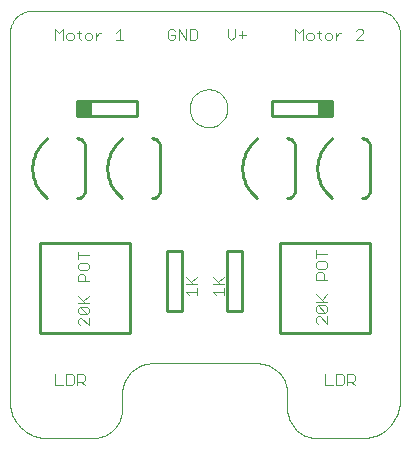
<source format=gto>
G75*
G70*
%OFA0B0*%
%FSLAX24Y24*%
%IPPOS*%
%LPD*%
%AMOC8*
5,1,8,0,0,1.08239X$1,22.5*
%
%ADD10C,0.0000*%
%ADD11C,0.0030*%
%ADD12C,0.0100*%
%ADD13R,0.0250X0.0500*%
%ADD14R,0.0500X0.0500*%
D10*
X005161Y006163D02*
X006661Y006163D01*
X006721Y006165D01*
X006782Y006170D01*
X006841Y006179D01*
X006900Y006192D01*
X006959Y006208D01*
X007016Y006228D01*
X007071Y006251D01*
X007126Y006278D01*
X007178Y006307D01*
X007229Y006340D01*
X007278Y006376D01*
X007324Y006414D01*
X007368Y006456D01*
X007410Y006500D01*
X007448Y006546D01*
X007484Y006595D01*
X007517Y006646D01*
X007546Y006698D01*
X007573Y006753D01*
X007596Y006808D01*
X007616Y006865D01*
X007632Y006924D01*
X007645Y006983D01*
X007654Y007042D01*
X007659Y007103D01*
X007661Y007163D01*
X007661Y007663D01*
X007663Y007723D01*
X007668Y007784D01*
X007677Y007843D01*
X007690Y007902D01*
X007706Y007961D01*
X007726Y008018D01*
X007749Y008073D01*
X007776Y008128D01*
X007805Y008180D01*
X007838Y008231D01*
X007874Y008280D01*
X007912Y008326D01*
X007954Y008370D01*
X007998Y008412D01*
X008044Y008450D01*
X008093Y008486D01*
X008144Y008519D01*
X008196Y008548D01*
X008251Y008575D01*
X008306Y008598D01*
X008363Y008618D01*
X008422Y008634D01*
X008481Y008647D01*
X008540Y008656D01*
X008601Y008661D01*
X008661Y008663D01*
X012161Y008663D01*
X012221Y008661D01*
X012282Y008656D01*
X012341Y008647D01*
X012400Y008634D01*
X012459Y008618D01*
X012516Y008598D01*
X012571Y008575D01*
X012626Y008548D01*
X012678Y008519D01*
X012729Y008486D01*
X012778Y008450D01*
X012824Y008412D01*
X012868Y008370D01*
X012910Y008326D01*
X012948Y008280D01*
X012984Y008231D01*
X013017Y008180D01*
X013046Y008128D01*
X013073Y008073D01*
X013096Y008018D01*
X013116Y007961D01*
X013132Y007902D01*
X013145Y007843D01*
X013154Y007784D01*
X013159Y007723D01*
X013161Y007663D01*
X013161Y007163D01*
X013163Y007103D01*
X013168Y007042D01*
X013177Y006983D01*
X013190Y006924D01*
X013206Y006865D01*
X013226Y006808D01*
X013249Y006753D01*
X013276Y006698D01*
X013305Y006646D01*
X013338Y006595D01*
X013374Y006546D01*
X013412Y006500D01*
X013454Y006456D01*
X013498Y006414D01*
X013544Y006376D01*
X013593Y006340D01*
X013644Y006307D01*
X013696Y006278D01*
X013751Y006251D01*
X013806Y006228D01*
X013863Y006208D01*
X013922Y006192D01*
X013981Y006179D01*
X014040Y006170D01*
X014101Y006165D01*
X014161Y006163D01*
X015661Y006163D01*
X015729Y006165D01*
X015796Y006170D01*
X015863Y006179D01*
X015930Y006192D01*
X015995Y006209D01*
X016060Y006228D01*
X016124Y006252D01*
X016186Y006279D01*
X016247Y006309D01*
X016305Y006342D01*
X016362Y006378D01*
X016417Y006418D01*
X016470Y006460D01*
X016521Y006506D01*
X016568Y006553D01*
X016614Y006604D01*
X016656Y006657D01*
X016696Y006712D01*
X016732Y006769D01*
X016765Y006827D01*
X016795Y006888D01*
X016822Y006950D01*
X016846Y007014D01*
X016865Y007079D01*
X016882Y007144D01*
X016895Y007211D01*
X016904Y007278D01*
X016909Y007345D01*
X016911Y007413D01*
X016911Y019663D01*
X016909Y019717D01*
X016903Y019770D01*
X016894Y019822D01*
X016881Y019874D01*
X016864Y019925D01*
X016843Y019975D01*
X016819Y020022D01*
X016792Y020068D01*
X016761Y020112D01*
X016728Y020154D01*
X016691Y020193D01*
X016652Y020230D01*
X016610Y020263D01*
X016566Y020294D01*
X016520Y020321D01*
X016473Y020345D01*
X016423Y020366D01*
X016372Y020383D01*
X016320Y020396D01*
X016268Y020405D01*
X016215Y020411D01*
X016161Y020413D01*
X004661Y020413D01*
X004607Y020411D01*
X004554Y020405D01*
X004502Y020396D01*
X004450Y020383D01*
X004399Y020366D01*
X004349Y020345D01*
X004302Y020321D01*
X004256Y020294D01*
X004212Y020263D01*
X004170Y020230D01*
X004131Y020193D01*
X004094Y020154D01*
X004061Y020112D01*
X004030Y020068D01*
X004003Y020022D01*
X003979Y019975D01*
X003958Y019925D01*
X003941Y019874D01*
X003928Y019822D01*
X003919Y019770D01*
X003913Y019717D01*
X003911Y019663D01*
X003911Y007413D01*
X003913Y007345D01*
X003918Y007278D01*
X003927Y007211D01*
X003940Y007144D01*
X003957Y007079D01*
X003976Y007014D01*
X004000Y006950D01*
X004027Y006888D01*
X004057Y006827D01*
X004090Y006769D01*
X004126Y006712D01*
X004166Y006657D01*
X004208Y006604D01*
X004254Y006553D01*
X004301Y006506D01*
X004352Y006460D01*
X004405Y006418D01*
X004460Y006378D01*
X004517Y006342D01*
X004575Y006309D01*
X004636Y006279D01*
X004698Y006252D01*
X004762Y006228D01*
X004827Y006209D01*
X004892Y006192D01*
X004959Y006179D01*
X005026Y006170D01*
X005093Y006165D01*
X005161Y006163D01*
X009906Y017163D02*
X009908Y017213D01*
X009914Y017263D01*
X009924Y017312D01*
X009938Y017360D01*
X009955Y017407D01*
X009976Y017452D01*
X010001Y017496D01*
X010029Y017537D01*
X010061Y017576D01*
X010095Y017613D01*
X010132Y017647D01*
X010172Y017677D01*
X010214Y017704D01*
X010258Y017728D01*
X010304Y017749D01*
X010351Y017765D01*
X010399Y017778D01*
X010449Y017787D01*
X010498Y017792D01*
X010549Y017793D01*
X010599Y017790D01*
X010648Y017783D01*
X010697Y017772D01*
X010745Y017757D01*
X010791Y017739D01*
X010836Y017717D01*
X010879Y017691D01*
X010920Y017662D01*
X010959Y017630D01*
X010995Y017595D01*
X011027Y017557D01*
X011057Y017517D01*
X011084Y017474D01*
X011107Y017430D01*
X011126Y017384D01*
X011142Y017336D01*
X011154Y017287D01*
X011162Y017238D01*
X011166Y017188D01*
X011166Y017138D01*
X011162Y017088D01*
X011154Y017039D01*
X011142Y016990D01*
X011126Y016942D01*
X011107Y016896D01*
X011084Y016852D01*
X011057Y016809D01*
X011027Y016769D01*
X010995Y016731D01*
X010959Y016696D01*
X010920Y016664D01*
X010879Y016635D01*
X010836Y016609D01*
X010791Y016587D01*
X010745Y016569D01*
X010697Y016554D01*
X010648Y016543D01*
X010599Y016536D01*
X010549Y016533D01*
X010498Y016534D01*
X010449Y016539D01*
X010399Y016548D01*
X010351Y016561D01*
X010304Y016577D01*
X010258Y016598D01*
X010214Y016622D01*
X010172Y016649D01*
X010132Y016679D01*
X010095Y016713D01*
X010061Y016750D01*
X010029Y016789D01*
X010001Y016830D01*
X009976Y016874D01*
X009955Y016919D01*
X009938Y016966D01*
X009924Y017014D01*
X009914Y017063D01*
X009908Y017113D01*
X009906Y017163D01*
D11*
X009912Y019428D02*
X010098Y019428D01*
X010159Y019490D01*
X010159Y019737D01*
X010098Y019798D01*
X009912Y019798D01*
X009912Y019428D01*
X009791Y019428D02*
X009791Y019798D01*
X009544Y019798D02*
X009544Y019428D01*
X009423Y019490D02*
X009423Y019613D01*
X009299Y019613D01*
X009176Y019490D02*
X009176Y019737D01*
X009237Y019798D01*
X009361Y019798D01*
X009423Y019737D01*
X009544Y019798D02*
X009791Y019428D01*
X009423Y019490D02*
X009361Y019428D01*
X009237Y019428D01*
X009176Y019490D01*
X007698Y019428D02*
X007451Y019428D01*
X007575Y019428D02*
X007575Y019798D01*
X007451Y019675D01*
X006961Y019675D02*
X006900Y019675D01*
X006776Y019551D01*
X006776Y019428D02*
X006776Y019675D01*
X006655Y019613D02*
X006593Y019675D01*
X006470Y019675D01*
X006408Y019613D01*
X006408Y019490D01*
X006470Y019428D01*
X006593Y019428D01*
X006655Y019490D01*
X006655Y019613D01*
X006286Y019675D02*
X006162Y019675D01*
X006224Y019737D02*
X006224Y019490D01*
X006286Y019428D01*
X006041Y019490D02*
X006041Y019613D01*
X005979Y019675D01*
X005856Y019675D01*
X005794Y019613D01*
X005794Y019490D01*
X005856Y019428D01*
X005979Y019428D01*
X006041Y019490D01*
X005673Y019428D02*
X005673Y019798D01*
X005549Y019675D01*
X005426Y019798D01*
X005426Y019428D01*
X011176Y019551D02*
X011299Y019428D01*
X011423Y019551D01*
X011423Y019798D01*
X011544Y019613D02*
X011791Y019613D01*
X011668Y019490D02*
X011668Y019737D01*
X011176Y019798D02*
X011176Y019551D01*
X013426Y019428D02*
X013426Y019798D01*
X013549Y019675D01*
X013673Y019798D01*
X013673Y019428D01*
X013794Y019490D02*
X013856Y019428D01*
X013979Y019428D01*
X014041Y019490D01*
X014041Y019613D01*
X013979Y019675D01*
X013856Y019675D01*
X013794Y019613D01*
X013794Y019490D01*
X014162Y019675D02*
X014286Y019675D01*
X014224Y019737D02*
X014224Y019490D01*
X014286Y019428D01*
X014408Y019490D02*
X014470Y019428D01*
X014593Y019428D01*
X014655Y019490D01*
X014655Y019613D01*
X014593Y019675D01*
X014470Y019675D01*
X014408Y019613D01*
X014408Y019490D01*
X014776Y019551D02*
X014900Y019675D01*
X014961Y019675D01*
X014776Y019675D02*
X014776Y019428D01*
X015451Y019428D02*
X015698Y019675D01*
X015698Y019737D01*
X015637Y019798D01*
X015513Y019798D01*
X015451Y019737D01*
X015451Y019428D02*
X015698Y019428D01*
X014125Y012435D02*
X014125Y012188D01*
X014125Y012311D02*
X014496Y012311D01*
X014434Y012066D02*
X014187Y012066D01*
X014125Y012005D01*
X014125Y011881D01*
X014187Y011820D01*
X014434Y011820D01*
X014496Y011881D01*
X014496Y012005D01*
X014434Y012066D01*
X014311Y011698D02*
X014187Y011698D01*
X014125Y011636D01*
X014125Y011451D01*
X014496Y011451D01*
X014372Y011451D02*
X014372Y011636D01*
X014311Y011698D01*
X014496Y010961D02*
X014311Y010776D01*
X014372Y010715D02*
X014125Y010961D01*
X014125Y010715D02*
X014496Y010715D01*
X014434Y010593D02*
X014496Y010531D01*
X014496Y010408D01*
X014434Y010346D01*
X014187Y010593D01*
X014434Y010593D01*
X014434Y010346D02*
X014187Y010346D01*
X014125Y010408D01*
X014125Y010531D01*
X014187Y010593D01*
X014187Y010225D02*
X014125Y010163D01*
X014125Y010040D01*
X014187Y009978D01*
X014187Y010225D02*
X014249Y010225D01*
X014496Y009978D01*
X014496Y010225D01*
X014426Y008298D02*
X014426Y007928D01*
X014673Y007928D01*
X014794Y007928D02*
X014979Y007928D01*
X015041Y007990D01*
X015041Y008237D01*
X014979Y008298D01*
X014794Y008298D01*
X014794Y007928D01*
X015162Y007928D02*
X015162Y008298D01*
X015348Y008298D01*
X015409Y008237D01*
X015409Y008113D01*
X015348Y008051D01*
X015162Y008051D01*
X015286Y008051D02*
X015409Y007928D01*
X011046Y010928D02*
X011046Y011175D01*
X011046Y011296D02*
X010675Y011296D01*
X010861Y011358D02*
X011046Y011543D01*
X010922Y011296D02*
X010675Y011543D01*
X010675Y011051D02*
X011046Y011051D01*
X010799Y010928D02*
X010675Y011051D01*
X010146Y011051D02*
X009775Y011051D01*
X009899Y010928D01*
X010146Y010928D02*
X010146Y011175D01*
X010146Y011296D02*
X009775Y011296D01*
X009961Y011358D02*
X010146Y011543D01*
X010022Y011296D02*
X009775Y011543D01*
X006546Y011401D02*
X006175Y011401D01*
X006175Y011586D01*
X006237Y011648D01*
X006361Y011648D01*
X006422Y011586D01*
X006422Y011401D01*
X006484Y011770D02*
X006237Y011770D01*
X006175Y011831D01*
X006175Y011955D01*
X006237Y012016D01*
X006484Y012016D01*
X006546Y011955D01*
X006546Y011831D01*
X006484Y011770D01*
X006175Y012138D02*
X006175Y012385D01*
X006175Y012261D02*
X006546Y012261D01*
X006546Y010911D02*
X006361Y010726D01*
X006422Y010665D02*
X006175Y010911D01*
X006175Y010665D02*
X006546Y010665D01*
X006484Y010543D02*
X006546Y010481D01*
X006546Y010358D01*
X006484Y010296D01*
X006237Y010543D01*
X006484Y010543D01*
X006484Y010296D02*
X006237Y010296D01*
X006175Y010358D01*
X006175Y010481D01*
X006237Y010543D01*
X006237Y010175D02*
X006175Y010113D01*
X006175Y009990D01*
X006237Y009928D01*
X006237Y010175D02*
X006299Y010175D01*
X006546Y009928D01*
X006546Y010175D01*
X006348Y008298D02*
X006162Y008298D01*
X006162Y007928D01*
X006162Y008051D02*
X006348Y008051D01*
X006409Y008113D01*
X006409Y008237D01*
X006348Y008298D01*
X006286Y008051D02*
X006409Y007928D01*
X006041Y007990D02*
X006041Y008237D01*
X005979Y008298D01*
X005794Y008298D01*
X005794Y007928D01*
X005979Y007928D01*
X006041Y007990D01*
X005673Y007928D02*
X005426Y007928D01*
X005426Y008298D01*
D12*
X004911Y009663D02*
X004911Y012663D01*
X007911Y012663D01*
X007911Y009663D01*
X004911Y009663D01*
X009161Y010413D02*
X009161Y012413D01*
X009661Y012413D01*
X009661Y010413D01*
X009161Y010413D01*
X011161Y010413D02*
X011161Y012413D01*
X011661Y012413D01*
X011661Y010413D01*
X011161Y010413D01*
X012911Y009663D02*
X012911Y012663D01*
X015911Y012663D01*
X015911Y009663D01*
X012911Y009663D01*
X013161Y014163D02*
X013191Y014165D01*
X013221Y014170D01*
X013250Y014179D01*
X013277Y014192D01*
X013303Y014207D01*
X013327Y014226D01*
X013348Y014247D01*
X013367Y014271D01*
X013382Y014297D01*
X013395Y014324D01*
X013404Y014353D01*
X013409Y014383D01*
X013411Y014413D01*
X013411Y015913D01*
X013409Y015943D01*
X013404Y015973D01*
X013395Y016002D01*
X013382Y016029D01*
X013367Y016055D01*
X013348Y016079D01*
X013327Y016100D01*
X013303Y016119D01*
X013277Y016134D01*
X013250Y016147D01*
X013221Y016156D01*
X013191Y016161D01*
X013161Y016163D01*
X012661Y016913D02*
X012661Y017413D01*
X014661Y017413D01*
X014661Y016913D01*
X012661Y016913D01*
X011660Y015163D02*
X011664Y015091D01*
X011672Y015019D01*
X011684Y014948D01*
X011700Y014877D01*
X011719Y014808D01*
X011742Y014740D01*
X011769Y014673D01*
X011800Y014607D01*
X011834Y014544D01*
X011871Y014482D01*
X011912Y014422D01*
X011956Y014365D01*
X012003Y014310D01*
X012053Y014258D01*
X012105Y014209D01*
X012161Y014163D01*
X011660Y015163D02*
X011664Y015235D01*
X011672Y015307D01*
X011684Y015378D01*
X011700Y015449D01*
X011719Y015518D01*
X011742Y015586D01*
X011769Y015653D01*
X011800Y015719D01*
X011834Y015782D01*
X011871Y015844D01*
X011912Y015904D01*
X011956Y015961D01*
X012003Y016016D01*
X012053Y016068D01*
X012105Y016117D01*
X012161Y016163D01*
X014160Y015163D02*
X014164Y015091D01*
X014172Y015019D01*
X014184Y014948D01*
X014200Y014877D01*
X014219Y014808D01*
X014242Y014740D01*
X014269Y014673D01*
X014300Y014607D01*
X014334Y014544D01*
X014371Y014482D01*
X014412Y014422D01*
X014456Y014365D01*
X014503Y014310D01*
X014553Y014258D01*
X014605Y014209D01*
X014661Y014163D01*
X015661Y014163D02*
X015691Y014165D01*
X015721Y014170D01*
X015750Y014179D01*
X015777Y014192D01*
X015803Y014207D01*
X015827Y014226D01*
X015848Y014247D01*
X015867Y014271D01*
X015882Y014297D01*
X015895Y014324D01*
X015904Y014353D01*
X015909Y014383D01*
X015911Y014413D01*
X015911Y015913D01*
X015909Y015943D01*
X015904Y015973D01*
X015895Y016002D01*
X015882Y016029D01*
X015867Y016055D01*
X015848Y016079D01*
X015827Y016100D01*
X015803Y016119D01*
X015777Y016134D01*
X015750Y016147D01*
X015721Y016156D01*
X015691Y016161D01*
X015661Y016163D01*
X014661Y016163D02*
X014605Y016117D01*
X014553Y016068D01*
X014503Y016016D01*
X014456Y015961D01*
X014412Y015904D01*
X014371Y015844D01*
X014334Y015782D01*
X014300Y015719D01*
X014269Y015653D01*
X014242Y015586D01*
X014219Y015518D01*
X014200Y015449D01*
X014184Y015378D01*
X014172Y015307D01*
X014164Y015235D01*
X014160Y015163D01*
X008911Y015913D02*
X008911Y014413D01*
X008909Y014383D01*
X008904Y014353D01*
X008895Y014324D01*
X008882Y014297D01*
X008867Y014271D01*
X008848Y014247D01*
X008827Y014226D01*
X008803Y014207D01*
X008777Y014192D01*
X008750Y014179D01*
X008721Y014170D01*
X008691Y014165D01*
X008661Y014163D01*
X007160Y015163D02*
X007164Y015235D01*
X007172Y015307D01*
X007184Y015378D01*
X007200Y015449D01*
X007219Y015518D01*
X007242Y015586D01*
X007269Y015653D01*
X007300Y015719D01*
X007334Y015782D01*
X007371Y015844D01*
X007412Y015904D01*
X007456Y015961D01*
X007503Y016016D01*
X007553Y016068D01*
X007605Y016117D01*
X007661Y016163D01*
X008161Y016913D02*
X006161Y016913D01*
X006161Y017413D01*
X008161Y017413D01*
X008161Y016913D01*
X008661Y016163D02*
X008691Y016161D01*
X008721Y016156D01*
X008750Y016147D01*
X008777Y016134D01*
X008803Y016119D01*
X008827Y016100D01*
X008848Y016079D01*
X008867Y016055D01*
X008882Y016029D01*
X008895Y016002D01*
X008904Y015973D01*
X008909Y015943D01*
X008911Y015913D01*
X007160Y015163D02*
X007164Y015091D01*
X007172Y015019D01*
X007184Y014948D01*
X007200Y014877D01*
X007219Y014808D01*
X007242Y014740D01*
X007269Y014673D01*
X007300Y014607D01*
X007334Y014544D01*
X007371Y014482D01*
X007412Y014422D01*
X007456Y014365D01*
X007503Y014310D01*
X007553Y014258D01*
X007605Y014209D01*
X007661Y014163D01*
X006411Y014413D02*
X006411Y015913D01*
X006409Y015943D01*
X006404Y015973D01*
X006395Y016002D01*
X006382Y016029D01*
X006367Y016055D01*
X006348Y016079D01*
X006327Y016100D01*
X006303Y016119D01*
X006277Y016134D01*
X006250Y016147D01*
X006221Y016156D01*
X006191Y016161D01*
X006161Y016163D01*
X004660Y015163D02*
X004664Y015091D01*
X004672Y015019D01*
X004684Y014948D01*
X004700Y014877D01*
X004719Y014808D01*
X004742Y014740D01*
X004769Y014673D01*
X004800Y014607D01*
X004834Y014544D01*
X004871Y014482D01*
X004912Y014422D01*
X004956Y014365D01*
X005003Y014310D01*
X005053Y014258D01*
X005105Y014209D01*
X005161Y014163D01*
X006161Y014163D02*
X006191Y014165D01*
X006221Y014170D01*
X006250Y014179D01*
X006277Y014192D01*
X006303Y014207D01*
X006327Y014226D01*
X006348Y014247D01*
X006367Y014271D01*
X006382Y014297D01*
X006395Y014324D01*
X006404Y014353D01*
X006409Y014383D01*
X006411Y014413D01*
X004660Y015163D02*
X004664Y015235D01*
X004672Y015307D01*
X004684Y015378D01*
X004700Y015449D01*
X004719Y015518D01*
X004742Y015586D01*
X004769Y015653D01*
X004800Y015719D01*
X004834Y015782D01*
X004871Y015844D01*
X004912Y015904D01*
X004956Y015961D01*
X005003Y016016D01*
X005053Y016068D01*
X005105Y016117D01*
X005161Y016163D01*
D13*
X006286Y017163D03*
X014536Y017163D03*
D14*
X014411Y017163D03*
X006411Y017163D03*
M02*

</source>
